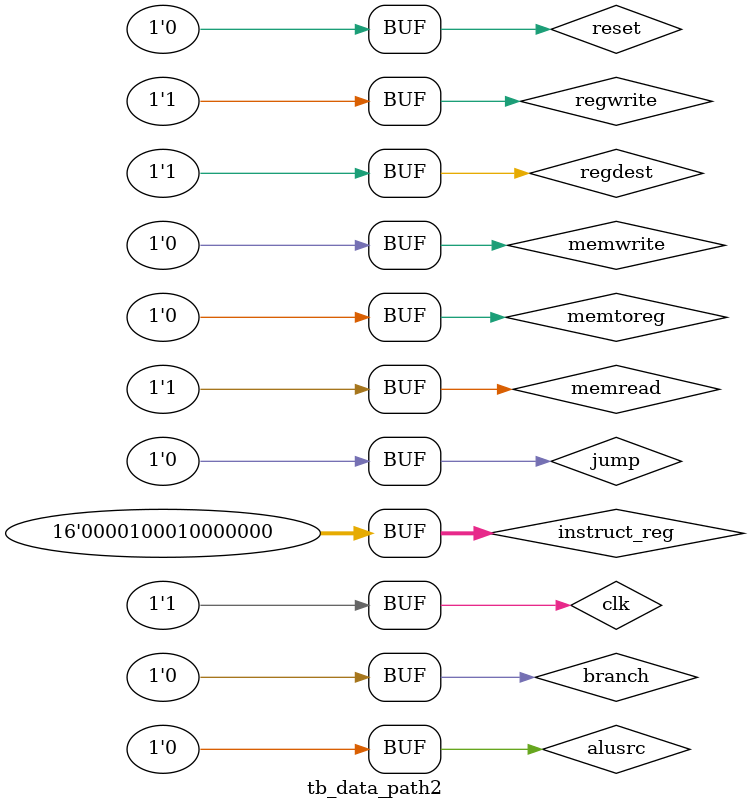
<source format=v>
`timescale 1ns / 1ps


module tb_data_path2;

	// Inputs
	reg clk;
	reg reset;
	reg regdest;
	reg alusrc;
	reg memtoreg;
	reg regwrite;
	reg memread;
	reg memwrite;
	reg branch;
	reg jump;
	reg [15:0] instruct_reg;

	// Outputs
	wire [15:0] out;

	// Instantiate the Unit Under Test (UUT)
	data_path uut (
		.clk(clk), 
		.reset(reset), 
		.regdest(regdest), 
		.alusrc(alusrc), 
		.memtoreg(memtoreg), 
		.regwrite(regwrite), 
		.memread(memread), 
		.memwrite(memwrite), 
		.branch(branch), 
		.jump(jump), 
		.instruct_reg(instruct_reg), 
		.out(out)
	);

	initial begin
		// Initialize Inputs
		clk = 0;
		reset = 1;
		regdest = 1;
		alusrc = 0;
		memtoreg = 0;
		regwrite = 1;
		memread = 1;
		memwrite = 0;
		branch = 0;
		jump = 0;
		instruct_reg = 16'b0000100010000000;

		// Wait 100 ns for global reset to finish
		#100;
        
		// Add stimulus here
		clk = 1;
		reset = 1;
		#100;
		
		reset = 0;
		#100;
	end
      
endmodule

</source>
